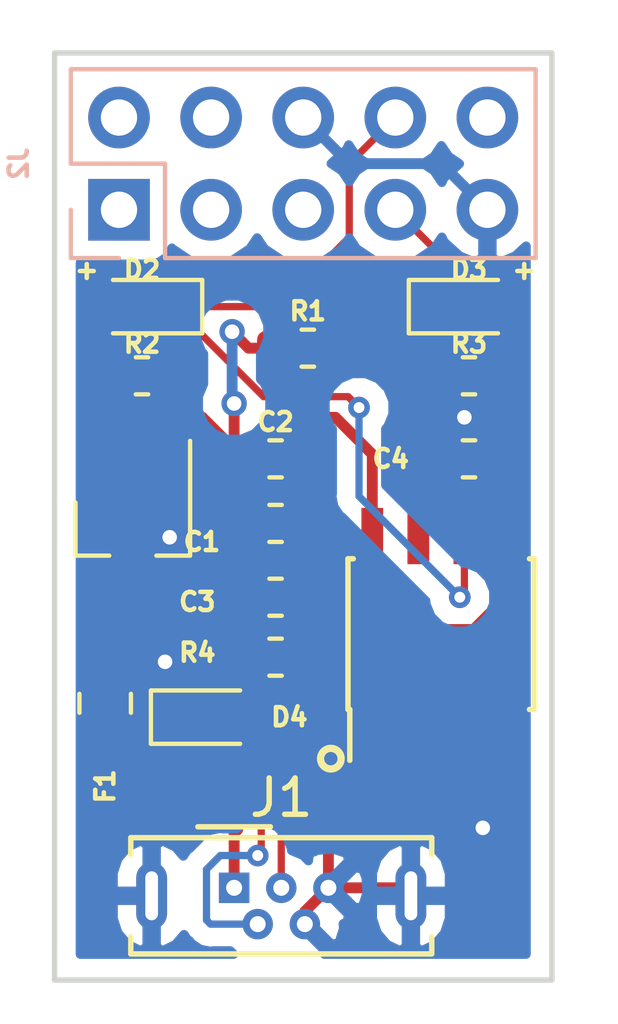
<source format=kicad_pcb>
(kicad_pcb (version 20171130) (host pcbnew 5.0.0)

  (general
    (thickness 1.6)
    (drawings 7)
    (tracks 131)
    (zones 0)
    (modules 16)
    (nets 19)
  )

  (page A4)
  (layers
    (0 F.Cu signal)
    (31 B.Cu signal)
    (32 B.Adhes user)
    (33 F.Adhes user)
    (34 B.Paste user)
    (35 F.Paste user)
    (36 B.SilkS user)
    (37 F.SilkS user)
    (38 B.Mask user)
    (39 F.Mask user)
    (40 Dwgs.User user)
    (41 Cmts.User user)
    (42 Eco1.User user)
    (43 Eco2.User user)
    (44 Edge.Cuts user)
    (45 Margin user)
    (46 B.CrtYd user)
    (47 F.CrtYd user)
    (48 B.Fab user)
    (49 F.Fab user)
  )

  (setup
    (last_trace_width 0.2)
    (trace_clearance 0.2)
    (zone_clearance 0.508)
    (zone_45_only no)
    (trace_min 0.16)
    (segment_width 0.2)
    (edge_width 0.15)
    (via_size 0.6)
    (via_drill 0.3)
    (via_min_size 0.6)
    (via_min_drill 0.3)
    (uvia_size 0.3)
    (uvia_drill 0.1)
    (uvias_allowed no)
    (uvia_min_size 0.2)
    (uvia_min_drill 0.1)
    (pcb_text_width 0.3)
    (pcb_text_size 1.5 1.5)
    (mod_edge_width 0.15)
    (mod_text_size 0.5 0.5)
    (mod_text_width 0.125)
    (pad_size 1.524 1.524)
    (pad_drill 0.762)
    (pad_to_mask_clearance 0.2)
    (aux_axis_origin 0 0)
    (visible_elements FFFFFF7F)
    (pcbplotparams
      (layerselection 0x010fc_ffffffff)
      (usegerberextensions false)
      (usegerberattributes false)
      (usegerberadvancedattributes false)
      (creategerberjobfile false)
      (excludeedgelayer true)
      (linewidth 0.100000)
      (plotframeref false)
      (viasonmask false)
      (mode 1)
      (useauxorigin false)
      (hpglpennumber 1)
      (hpglpenspeed 20)
      (hpglpendiameter 15.000000)
      (psnegative false)
      (psa4output false)
      (plotreference true)
      (plotvalue true)
      (plotinvisibletext false)
      (padsonsilk false)
      (subtractmaskfromsilk false)
      (outputformat 1)
      (mirror false)
      (drillshape 1)
      (scaleselection 1)
      (outputdirectory ""))
  )

  (net 0 "")
  (net 1 VBUS)
  (net 2 "Net-(F1-Pad2)")
  (net 3 +3V3)
  (net 4 "Net-(D3-Pad1)")
  (net 5 "Net-(D2-Pad2)")
  (net 6 "Net-(D3-Pad2)")
  (net 7 "Net-(D4-Pad2)")
  (net 8 GND)
  (net 9 /D+)
  (net 10 /D-)
  (net 11 "Net-(U1-Pad4)")
  (net 12 "Net-(D2-Pad1)")
  (net 13 "Net-(J2-Pad1)")
  (net 14 "Net-(J2-Pad2)")
  (net 15 "Net-(J2-Pad3)")
  (net 16 "Net-(J2-Pad4)")
  (net 17 "Net-(J2-Pad5)")
  (net 18 "Net-(J2-Pad10)")

  (net_class Default 这是默认网络组.
    (clearance 0.2)
    (trace_width 0.2)
    (via_dia 0.6)
    (via_drill 0.3)
    (uvia_dia 0.3)
    (uvia_drill 0.1)
    (add_net /D+)
    (add_net /D-)
    (add_net "Net-(D2-Pad1)")
    (add_net "Net-(D2-Pad2)")
    (add_net "Net-(D3-Pad1)")
    (add_net "Net-(D3-Pad2)")
    (add_net "Net-(D4-Pad2)")
    (add_net "Net-(J2-Pad1)")
    (add_net "Net-(J2-Pad10)")
    (add_net "Net-(J2-Pad2)")
    (add_net "Net-(J2-Pad3)")
    (add_net "Net-(J2-Pad4)")
    (add_net "Net-(J2-Pad5)")
    (add_net "Net-(U1-Pad4)")
  )

  (net_class Power ""
    (clearance 0.2)
    (trace_width 0.3)
    (via_dia 0.7)
    (via_drill 0.4)
    (uvia_dia 0.3)
    (uvia_drill 0.1)
    (add_net +3V3)
    (add_net GND)
    (add_net "Net-(F1-Pad2)")
    (add_net VBUS)
  )

  (module Connector_USB:USB_Micro-B_Wuerth_614105150721_Vertical (layer F.Cu) (tedit 5A142044) (tstamp 5B83D21E)
    (at 125.476 62.357)
    (descr "USB Micro-B receptacle, through-hole, vertical, http://katalog.we-online.de/em/datasheet/614105150721.pdf")
    (tags "usb micro receptacle vertical")
    (path /5B4CD399)
    (fp_text reference J1 (at 1.3 -2.48) (layer F.SilkS)
      (effects (font (size 1 1) (thickness 0.15)))
    )
    (fp_text value USB_B_Micro (at 1.3 2.92) (layer F.Fab)
      (effects (font (size 1 1) (thickness 0.15)))
    )
    (fp_line (start -2.7 -1.23) (end -1 -1.23) (layer F.Fab) (width 0.15))
    (fp_line (start -1 -1.23) (end 0 -0.23) (layer F.Fab) (width 0.15))
    (fp_line (start 0 -0.23) (end 1 -1.23) (layer F.Fab) (width 0.15))
    (fp_line (start 1 -1.23) (end 5.3 -1.23) (layer F.Fab) (width 0.15))
    (fp_line (start 5.3 -1.23) (end 5.3 1.67) (layer F.Fab) (width 0.15))
    (fp_line (start 5.3 1.67) (end -2.7 1.67) (layer F.Fab) (width 0.15))
    (fp_line (start -2.7 1.67) (end -2.7 -1.23) (layer F.Fab) (width 0.15))
    (fp_line (start -2.85 -0.905) (end -2.85 -1.38) (layer F.SilkS) (width 0.15))
    (fp_line (start -2.85 -1.38) (end 5.45 -1.38) (layer F.SilkS) (width 0.15))
    (fp_line (start 5.45 -1.38) (end 5.45 -0.905) (layer F.SilkS) (width 0.15))
    (fp_line (start -2.85 1.345) (end -2.85 1.82) (layer F.SilkS) (width 0.15))
    (fp_line (start -2.85 1.82) (end 5.45 1.82) (layer F.SilkS) (width 0.15))
    (fp_line (start 5.45 1.82) (end 5.45 1.345) (layer F.SilkS) (width 0.15))
    (fp_line (start -1 -1.68) (end 1 -1.68) (layer F.SilkS) (width 0.15))
    (fp_line (start -3.2 -1.73) (end -3.2 2.17) (layer F.CrtYd) (width 0.05))
    (fp_line (start -3.2 2.17) (end 5.8 2.17) (layer F.CrtYd) (width 0.05))
    (fp_line (start 5.8 2.17) (end 5.8 -1.73) (layer F.CrtYd) (width 0.05))
    (fp_line (start 5.8 -1.73) (end -3.2 -1.73) (layer F.CrtYd) (width 0.05))
    (fp_text user %R (at 1.3 0.22) (layer F.Fab)
      (effects (font (size 1 1) (thickness 0.15)))
    )
    (pad 1 thru_hole rect (at 0 0) (size 0.84 0.84) (drill 0.44) (layers *.Cu *.Mask)
      (net 2 "Net-(F1-Pad2)"))
    (pad 2 thru_hole circle (at 0.65 1) (size 0.84 0.84) (drill 0.44) (layers *.Cu *.Mask)
      (net 10 /D-))
    (pad 3 thru_hole circle (at 1.3 0) (size 0.84 0.84) (drill 0.44) (layers *.Cu *.Mask)
      (net 9 /D+))
    (pad 4 thru_hole circle (at 1.95 1) (size 0.84 0.84) (drill 0.44) (layers *.Cu *.Mask)
      (net 8 GND))
    (pad 5 thru_hole circle (at 2.6 0) (size 0.84 0.84) (drill 0.44) (layers *.Cu *.Mask)
      (net 8 GND))
    (pad 6 thru_hole oval (at -2.275 0.22) (size 0.85 1.85) (drill oval 0.35 1.35) (layers *.Cu *.Mask)
      (net 8 GND))
    (pad 6 thru_hole oval (at 4.875 0.22) (size 0.85 1.85) (drill oval 0.35 1.35) (layers *.Cu *.Mask)
      (net 8 GND))
    (model ${KISYS3DMOD}/Connector_USB.3dshapes/USB_Micro-B_Wuerth_614105150721_Vertical.wrl
      (at (xyz 0 0 0))
      (scale (xyz 1 1 1))
      (rotate (xyz 0 0 0))
    )
  )

  (module Package_TO_SOT_SMD:SOT-23_Handsoldering (layer F.Cu) (tedit 5B83C704) (tstamp 5B8FFE21)
    (at 122.682 52.451 270)
    (descr "SOT-23, Handsoldering")
    (tags SOT-23)
    (path /5B1CAB58)
    (attr smd)
    (fp_text reference U2 (at 0 -2.5 270) (layer F.SilkS) hide
      (effects (font (size 0.5 0.5) (thickness 0.125)))
    )
    (fp_text value XC6206P33 (at 0 2.5 270) (layer F.Fab)
      (effects (font (size 1 1) (thickness 0.15)))
    )
    (fp_text user %R (at 0 0) (layer F.Fab)
      (effects (font (size 0.5 0.5) (thickness 0.075)))
    )
    (fp_line (start 0.76 1.58) (end 0.76 0.65) (layer F.SilkS) (width 0.12))
    (fp_line (start 0.76 -1.58) (end 0.76 -0.65) (layer F.SilkS) (width 0.12))
    (fp_line (start -2.7 -1.75) (end 2.7 -1.75) (layer F.CrtYd) (width 0.05))
    (fp_line (start 2.7 -1.75) (end 2.7 1.75) (layer F.CrtYd) (width 0.05))
    (fp_line (start 2.7 1.75) (end -2.7 1.75) (layer F.CrtYd) (width 0.05))
    (fp_line (start -2.7 1.75) (end -2.7 -1.75) (layer F.CrtYd) (width 0.05))
    (fp_line (start 0.76 -1.58) (end -2.4 -1.58) (layer F.SilkS) (width 0.12))
    (fp_line (start -0.7 -0.95) (end -0.7 1.5) (layer F.Fab) (width 0.1))
    (fp_line (start -0.15 -1.52) (end 0.7 -1.52) (layer F.Fab) (width 0.1))
    (fp_line (start -0.7 -0.95) (end -0.15 -1.52) (layer F.Fab) (width 0.1))
    (fp_line (start 0.7 -1.52) (end 0.7 1.52) (layer F.Fab) (width 0.1))
    (fp_line (start -0.7 1.52) (end 0.7 1.52) (layer F.Fab) (width 0.1))
    (fp_line (start 0.76 1.58) (end -0.7 1.58) (layer F.SilkS) (width 0.12))
    (pad 1 smd rect (at -1.5 -0.95 270) (size 1.9 0.8) (layers F.Cu F.Paste F.Mask)
      (net 8 GND))
    (pad 2 smd rect (at -1.5 0.95 270) (size 1.9 0.8) (layers F.Cu F.Paste F.Mask)
      (net 3 +3V3))
    (pad 3 smd rect (at 1.5 0 270) (size 1.9 0.8) (layers F.Cu F.Paste F.Mask)
      (net 1 VBUS))
    (model ${KISYS3DMOD}/Package_TO_SOT_SMD.3dshapes/SOT-23.wrl
      (at (xyz 0 0 0))
      (scale (xyz 1 1 1))
      (rotate (xyz 0 0 0))
    )
  )

  (module Capacitor_SMD:C_0603_1608Metric_Pad1.05x0.95mm_HandSolder (layer F.Cu) (tedit 5B301BBE) (tstamp 5B8FF988)
    (at 131.953 50.546 180)
    (descr "Capacitor SMD 0603 (1608 Metric), square (rectangular) end terminal, IPC_7351 nominal with elongated pad for handsoldering. (Body size source: http://www.tortai-tech.com/upload/download/2011102023233369053.pdf), generated with kicad-footprint-generator")
    (tags "capacitor handsolder")
    (path /5B859AD8)
    (attr smd)
    (fp_text reference C4 (at 2.159 0 180) (layer F.SilkS)
      (effects (font (size 0.5 0.5) (thickness 0.125)))
    )
    (fp_text value 0.1uF (at 0 1.43 180) (layer F.Fab)
      (effects (font (size 1 1) (thickness 0.15)))
    )
    (fp_text user %R (at 0 0 180) (layer F.Fab)
      (effects (font (size 0.4 0.4) (thickness 0.06)))
    )
    (fp_line (start 1.65 0.73) (end -1.65 0.73) (layer F.CrtYd) (width 0.05))
    (fp_line (start 1.65 -0.73) (end 1.65 0.73) (layer F.CrtYd) (width 0.05))
    (fp_line (start -1.65 -0.73) (end 1.65 -0.73) (layer F.CrtYd) (width 0.05))
    (fp_line (start -1.65 0.73) (end -1.65 -0.73) (layer F.CrtYd) (width 0.05))
    (fp_line (start -0.171267 0.51) (end 0.171267 0.51) (layer F.SilkS) (width 0.12))
    (fp_line (start -0.171267 -0.51) (end 0.171267 -0.51) (layer F.SilkS) (width 0.12))
    (fp_line (start 0.8 0.4) (end -0.8 0.4) (layer F.Fab) (width 0.1))
    (fp_line (start 0.8 -0.4) (end 0.8 0.4) (layer F.Fab) (width 0.1))
    (fp_line (start -0.8 -0.4) (end 0.8 -0.4) (layer F.Fab) (width 0.1))
    (fp_line (start -0.8 0.4) (end -0.8 -0.4) (layer F.Fab) (width 0.1))
    (pad 2 smd roundrect (at 0.875 0 180) (size 1.05 0.95) (layers F.Cu F.Paste F.Mask) (roundrect_rratio 0.25)
      (net 8 GND))
    (pad 1 smd roundrect (at -0.875 0 180) (size 1.05 0.95) (layers F.Cu F.Paste F.Mask) (roundrect_rratio 0.25)
      (net 3 +3V3))
    (model ${KISYS3DMOD}/Capacitor_SMD.3dshapes/C_0603_1608Metric.wrl
      (at (xyz 0 0 0))
      (scale (xyz 1 1 1))
      (rotate (xyz 0 0 0))
    )
  )

  (module Capacitor_SMD:C_0603_1608Metric_Pad1.05x0.95mm_HandSolder (layer F.Cu) (tedit 5B301BBE) (tstamp 5B83C984)
    (at 126.619 54.356 180)
    (descr "Capacitor SMD 0603 (1608 Metric), square (rectangular) end terminal, IPC_7351 nominal with elongated pad for handsoldering. (Body size source: http://www.tortai-tech.com/upload/download/2011102023233369053.pdf), generated with kicad-footprint-generator")
    (tags "capacitor handsolder")
    (path /5B1CC892)
    (attr smd)
    (fp_text reference C3 (at 2.159 -0.127 180) (layer F.SilkS)
      (effects (font (size 0.5 0.5) (thickness 0.125)))
    )
    (fp_text value 0.1uF (at 0 1.43 180) (layer F.Fab)
      (effects (font (size 1 1) (thickness 0.15)))
    )
    (fp_line (start -0.8 0.4) (end -0.8 -0.4) (layer F.Fab) (width 0.1))
    (fp_line (start -0.8 -0.4) (end 0.8 -0.4) (layer F.Fab) (width 0.1))
    (fp_line (start 0.8 -0.4) (end 0.8 0.4) (layer F.Fab) (width 0.1))
    (fp_line (start 0.8 0.4) (end -0.8 0.4) (layer F.Fab) (width 0.1))
    (fp_line (start -0.171267 -0.51) (end 0.171267 -0.51) (layer F.SilkS) (width 0.12))
    (fp_line (start -0.171267 0.51) (end 0.171267 0.51) (layer F.SilkS) (width 0.12))
    (fp_line (start -1.65 0.73) (end -1.65 -0.73) (layer F.CrtYd) (width 0.05))
    (fp_line (start -1.65 -0.73) (end 1.65 -0.73) (layer F.CrtYd) (width 0.05))
    (fp_line (start 1.65 -0.73) (end 1.65 0.73) (layer F.CrtYd) (width 0.05))
    (fp_line (start 1.65 0.73) (end -1.65 0.73) (layer F.CrtYd) (width 0.05))
    (fp_text user %R (at 0 0 180) (layer F.Fab)
      (effects (font (size 0.4 0.4) (thickness 0.06)))
    )
    (pad 1 smd roundrect (at -0.875 0 180) (size 1.05 0.95) (layers F.Cu F.Paste F.Mask) (roundrect_rratio 0.25)
      (net 3 +3V3))
    (pad 2 smd roundrect (at 0.875 0 180) (size 1.05 0.95) (layers F.Cu F.Paste F.Mask) (roundrect_rratio 0.25)
      (net 8 GND))
    (model ${KISYS3DMOD}/Capacitor_SMD.3dshapes/C_0603_1608Metric.wrl
      (at (xyz 0 0 0))
      (scale (xyz 1 1 1))
      (rotate (xyz 0 0 0))
    )
  )

  (module Capacitor_SMD:C_0603_1608Metric_Pad1.05x0.95mm_HandSolder (layer F.Cu) (tedit 5B301BBE) (tstamp 5B8FF966)
    (at 126.619 50.546)
    (descr "Capacitor SMD 0603 (1608 Metric), square (rectangular) end terminal, IPC_7351 nominal with elongated pad for handsoldering. (Body size source: http://www.tortai-tech.com/upload/download/2011102023233369053.pdf), generated with kicad-footprint-generator")
    (tags "capacitor handsolder")
    (path /5B1CCC33)
    (attr smd)
    (fp_text reference C2 (at 0 -1.016) (layer F.SilkS)
      (effects (font (size 0.5 0.5) (thickness 0.125)))
    )
    (fp_text value 1uF (at 0 1.43) (layer F.Fab)
      (effects (font (size 1 1) (thickness 0.15)))
    )
    (fp_text user %R (at 0 0) (layer F.Fab)
      (effects (font (size 0.4 0.4) (thickness 0.06)))
    )
    (fp_line (start 1.65 0.73) (end -1.65 0.73) (layer F.CrtYd) (width 0.05))
    (fp_line (start 1.65 -0.73) (end 1.65 0.73) (layer F.CrtYd) (width 0.05))
    (fp_line (start -1.65 -0.73) (end 1.65 -0.73) (layer F.CrtYd) (width 0.05))
    (fp_line (start -1.65 0.73) (end -1.65 -0.73) (layer F.CrtYd) (width 0.05))
    (fp_line (start -0.171267 0.51) (end 0.171267 0.51) (layer F.SilkS) (width 0.12))
    (fp_line (start -0.171267 -0.51) (end 0.171267 -0.51) (layer F.SilkS) (width 0.12))
    (fp_line (start 0.8 0.4) (end -0.8 0.4) (layer F.Fab) (width 0.1))
    (fp_line (start 0.8 -0.4) (end 0.8 0.4) (layer F.Fab) (width 0.1))
    (fp_line (start -0.8 -0.4) (end 0.8 -0.4) (layer F.Fab) (width 0.1))
    (fp_line (start -0.8 0.4) (end -0.8 -0.4) (layer F.Fab) (width 0.1))
    (pad 2 smd roundrect (at 0.875 0) (size 1.05 0.95) (layers F.Cu F.Paste F.Mask) (roundrect_rratio 0.25)
      (net 8 GND))
    (pad 1 smd roundrect (at -0.875 0) (size 1.05 0.95) (layers F.Cu F.Paste F.Mask) (roundrect_rratio 0.25)
      (net 3 +3V3))
    (model ${KISYS3DMOD}/Capacitor_SMD.3dshapes/C_0603_1608Metric.wrl
      (at (xyz 0 0 0))
      (scale (xyz 1 1 1))
      (rotate (xyz 0 0 0))
    )
  )

  (module Capacitor_SMD:C_0603_1608Metric_Pad1.05x0.95mm_HandSolder (layer F.Cu) (tedit 5B301BBE) (tstamp 5B900A4D)
    (at 126.619 52.324)
    (descr "Capacitor SMD 0603 (1608 Metric), square (rectangular) end terminal, IPC_7351 nominal with elongated pad for handsoldering. (Body size source: http://www.tortai-tech.com/upload/download/2011102023233369053.pdf), generated with kicad-footprint-generator")
    (tags "capacitor handsolder")
    (path /5B1CC957)
    (attr smd)
    (fp_text reference C1 (at -2.032 0.508) (layer F.SilkS)
      (effects (font (size 0.5 0.5) (thickness 0.125)))
    )
    (fp_text value 1uF (at 0 1.43) (layer F.Fab)
      (effects (font (size 1 1) (thickness 0.15)))
    )
    (fp_line (start -0.8 0.4) (end -0.8 -0.4) (layer F.Fab) (width 0.1))
    (fp_line (start -0.8 -0.4) (end 0.8 -0.4) (layer F.Fab) (width 0.1))
    (fp_line (start 0.8 -0.4) (end 0.8 0.4) (layer F.Fab) (width 0.1))
    (fp_line (start 0.8 0.4) (end -0.8 0.4) (layer F.Fab) (width 0.1))
    (fp_line (start -0.171267 -0.51) (end 0.171267 -0.51) (layer F.SilkS) (width 0.12))
    (fp_line (start -0.171267 0.51) (end 0.171267 0.51) (layer F.SilkS) (width 0.12))
    (fp_line (start -1.65 0.73) (end -1.65 -0.73) (layer F.CrtYd) (width 0.05))
    (fp_line (start -1.65 -0.73) (end 1.65 -0.73) (layer F.CrtYd) (width 0.05))
    (fp_line (start 1.65 -0.73) (end 1.65 0.73) (layer F.CrtYd) (width 0.05))
    (fp_line (start 1.65 0.73) (end -1.65 0.73) (layer F.CrtYd) (width 0.05))
    (fp_text user %R (at 0 0) (layer F.Fab)
      (effects (font (size 0.4 0.4) (thickness 0.06)))
    )
    (pad 1 smd roundrect (at -0.875 0) (size 1.05 0.95) (layers F.Cu F.Paste F.Mask) (roundrect_rratio 0.25)
      (net 8 GND))
    (pad 2 smd roundrect (at 0.875 0) (size 1.05 0.95) (layers F.Cu F.Paste F.Mask) (roundrect_rratio 0.25)
      (net 1 VBUS))
    (model ${KISYS3DMOD}/Capacitor_SMD.3dshapes/C_0603_1608Metric.wrl
      (at (xyz 0 0 0))
      (scale (xyz 1 1 1))
      (rotate (xyz 0 0 0))
    )
  )

  (module Connector_PinSocket_2.54mm:PinSocket_2x05_P2.54mm_Vertical (layer B.Cu) (tedit 5A19A42B) (tstamp 5B8FF944)
    (at 122.301 43.688 270)
    (descr "Through hole straight socket strip, 2x05, 2.54mm pitch, double cols (from Kicad 4.0.7), script generated")
    (tags "Through hole socket strip THT 2x05 2.54mm double row")
    (path /5B4CB482)
    (fp_text reference J2 (at -1.27 2.77 270) (layer B.SilkS)
      (effects (font (size 0.5 0.5) (thickness 0.125)) (justify mirror))
    )
    (fp_text value Pine64_EXP (at -1.27 -12.93 270) (layer B.Fab)
      (effects (font (size 1 1) (thickness 0.15)) (justify mirror))
    )
    (fp_line (start -3.81 1.27) (end 0.27 1.27) (layer B.Fab) (width 0.1))
    (fp_line (start 0.27 1.27) (end 1.27 0.27) (layer B.Fab) (width 0.1))
    (fp_line (start 1.27 0.27) (end 1.27 -11.43) (layer B.Fab) (width 0.1))
    (fp_line (start 1.27 -11.43) (end -3.81 -11.43) (layer B.Fab) (width 0.1))
    (fp_line (start -3.81 -11.43) (end -3.81 1.27) (layer B.Fab) (width 0.1))
    (fp_line (start -3.87 1.33) (end -1.27 1.33) (layer B.SilkS) (width 0.12))
    (fp_line (start -3.87 1.33) (end -3.87 -11.49) (layer B.SilkS) (width 0.12))
    (fp_line (start -3.87 -11.49) (end 1.33 -11.49) (layer B.SilkS) (width 0.12))
    (fp_line (start 1.33 -1.27) (end 1.33 -11.49) (layer B.SilkS) (width 0.12))
    (fp_line (start -1.27 -1.27) (end 1.33 -1.27) (layer B.SilkS) (width 0.12))
    (fp_line (start -1.27 1.33) (end -1.27 -1.27) (layer B.SilkS) (width 0.12))
    (fp_line (start 1.33 1.33) (end 1.33 0) (layer B.SilkS) (width 0.12))
    (fp_line (start 0 1.33) (end 1.33 1.33) (layer B.SilkS) (width 0.12))
    (fp_line (start -4.34 1.8) (end 1.76 1.8) (layer B.CrtYd) (width 0.05))
    (fp_line (start 1.76 1.8) (end 1.76 -11.9) (layer B.CrtYd) (width 0.05))
    (fp_line (start 1.76 -11.9) (end -4.34 -11.9) (layer B.CrtYd) (width 0.05))
    (fp_line (start -4.34 -11.9) (end -4.34 1.8) (layer B.CrtYd) (width 0.05))
    (fp_text user %R (at -1.27 -5.08 180) (layer B.Fab)
      (effects (font (size 1 1) (thickness 0.15)) (justify mirror))
    )
    (pad 1 thru_hole rect (at 0 0 270) (size 1.7 1.7) (drill 1) (layers *.Cu *.Mask)
      (net 13 "Net-(J2-Pad1)"))
    (pad 2 thru_hole oval (at -2.54 0 270) (size 1.7 1.7) (drill 1) (layers *.Cu *.Mask)
      (net 14 "Net-(J2-Pad2)"))
    (pad 3 thru_hole oval (at 0 -2.54 270) (size 1.7 1.7) (drill 1) (layers *.Cu *.Mask)
      (net 15 "Net-(J2-Pad3)"))
    (pad 4 thru_hole oval (at -2.54 -2.54 270) (size 1.7 1.7) (drill 1) (layers *.Cu *.Mask)
      (net 16 "Net-(J2-Pad4)"))
    (pad 5 thru_hole oval (at 0 -5.08 270) (size 1.7 1.7) (drill 1) (layers *.Cu *.Mask)
      (net 17 "Net-(J2-Pad5)"))
    (pad 6 thru_hole oval (at -2.54 -5.08 270) (size 1.7 1.7) (drill 1) (layers *.Cu *.Mask)
      (net 8 GND))
    (pad 7 thru_hole oval (at 0 -7.62 270) (size 1.7 1.7) (drill 1) (layers *.Cu *.Mask)
      (net 4 "Net-(D3-Pad1)"))
    (pad 8 thru_hole oval (at -2.54 -7.62 270) (size 1.7 1.7) (drill 1) (layers *.Cu *.Mask)
      (net 12 "Net-(D2-Pad1)"))
    (pad 9 thru_hole oval (at 0 -10.16 270) (size 1.7 1.7) (drill 1) (layers *.Cu *.Mask)
      (net 8 GND))
    (pad 10 thru_hole oval (at -2.54 -10.16 270) (size 1.7 1.7) (drill 1) (layers *.Cu *.Mask)
      (net 18 "Net-(J2-Pad10)"))
    (model ${KISYS3DMOD}/Connector_PinSocket_2.54mm.3dshapes/PinSocket_2x05_P2.54mm_Vertical.wrl
      (at (xyz 0 0 0))
      (scale (xyz 1 1 1))
      (rotate (xyz 0 0 0))
    )
  )

  (module LED_SMD:LED_0603_1608Metric_Pad1.05x0.95mm_HandSolder (layer F.Cu) (tedit 5B4B45C9) (tstamp 5B8FF90E)
    (at 124.841 57.658)
    (descr "LED SMD 0603 (1608 Metric), square (rectangular) end terminal, IPC_7351 nominal, (Body size source: http://www.tortai-tech.com/upload/download/2011102023233369053.pdf), generated with kicad-footprint-generator")
    (tags "LED handsolder")
    (path /5B50CA35)
    (attr smd)
    (fp_text reference D4 (at 2.159 0) (layer F.SilkS)
      (effects (font (size 0.5 0.5) (thickness 0.125)))
    )
    (fp_text value Red (at 0 1.43) (layer F.Fab)
      (effects (font (size 1 1) (thickness 0.15)))
    )
    (fp_line (start 0.8 -0.4) (end -0.5 -0.4) (layer F.Fab) (width 0.1))
    (fp_line (start -0.5 -0.4) (end -0.8 -0.1) (layer F.Fab) (width 0.1))
    (fp_line (start -0.8 -0.1) (end -0.8 0.4) (layer F.Fab) (width 0.1))
    (fp_line (start -0.8 0.4) (end 0.8 0.4) (layer F.Fab) (width 0.1))
    (fp_line (start 0.8 0.4) (end 0.8 -0.4) (layer F.Fab) (width 0.1))
    (fp_line (start 0.8 -0.735) (end -1.66 -0.735) (layer F.SilkS) (width 0.12))
    (fp_line (start -1.66 -0.735) (end -1.66 0.735) (layer F.SilkS) (width 0.12))
    (fp_line (start -1.66 0.735) (end 0.8 0.735) (layer F.SilkS) (width 0.12))
    (fp_line (start -1.65 0.73) (end -1.65 -0.73) (layer F.CrtYd) (width 0.05))
    (fp_line (start -1.65 -0.73) (end 1.65 -0.73) (layer F.CrtYd) (width 0.05))
    (fp_line (start 1.65 -0.73) (end 1.65 0.73) (layer F.CrtYd) (width 0.05))
    (fp_line (start 1.65 0.73) (end -1.65 0.73) (layer F.CrtYd) (width 0.05))
    (fp_text user %R (at 0 0) (layer F.Fab)
      (effects (font (size 0.4 0.4) (thickness 0.06)))
    )
    (pad 1 smd roundrect (at -0.875 0) (size 1.05 0.95) (layers F.Cu F.Paste F.Mask) (roundrect_rratio 0.25)
      (net 8 GND))
    (pad 2 smd roundrect (at 0.875 0) (size 1.05 0.95) (layers F.Cu F.Paste F.Mask) (roundrect_rratio 0.25)
      (net 7 "Net-(D4-Pad2)"))
    (model ${KISYS3DMOD}/LED_SMD.3dshapes/LED_0603_1608Metric.wrl
      (at (xyz 0 0 0))
      (scale (xyz 1 1 1))
      (rotate (xyz 0 0 0))
    )
  )

  (module LED_SMD:LED_0603_1608Metric_Pad1.05x0.95mm_HandSolder (layer F.Cu) (tedit 5B4B45C9) (tstamp 5B8FF8FB)
    (at 131.953 46.355)
    (descr "LED SMD 0603 (1608 Metric), square (rectangular) end terminal, IPC_7351 nominal, (Body size source: http://www.tortai-tech.com/upload/download/2011102023233369053.pdf), generated with kicad-footprint-generator")
    (tags "LED handsolder")
    (path /5B505DB0)
    (attr smd)
    (fp_text reference D3 (at 0 -1.016) (layer F.SilkS)
      (effects (font (size 0.5 0.5) (thickness 0.125)))
    )
    (fp_text value Yellow (at 0 1.43) (layer F.Fab)
      (effects (font (size 1 1) (thickness 0.15)))
    )
    (fp_text user %R (at 0 0) (layer F.Fab)
      (effects (font (size 0.4 0.4) (thickness 0.06)))
    )
    (fp_line (start 1.65 0.73) (end -1.65 0.73) (layer F.CrtYd) (width 0.05))
    (fp_line (start 1.65 -0.73) (end 1.65 0.73) (layer F.CrtYd) (width 0.05))
    (fp_line (start -1.65 -0.73) (end 1.65 -0.73) (layer F.CrtYd) (width 0.05))
    (fp_line (start -1.65 0.73) (end -1.65 -0.73) (layer F.CrtYd) (width 0.05))
    (fp_line (start -1.66 0.735) (end 0.8 0.735) (layer F.SilkS) (width 0.12))
    (fp_line (start -1.66 -0.735) (end -1.66 0.735) (layer F.SilkS) (width 0.12))
    (fp_line (start 0.8 -0.735) (end -1.66 -0.735) (layer F.SilkS) (width 0.12))
    (fp_line (start 0.8 0.4) (end 0.8 -0.4) (layer F.Fab) (width 0.1))
    (fp_line (start -0.8 0.4) (end 0.8 0.4) (layer F.Fab) (width 0.1))
    (fp_line (start -0.8 -0.1) (end -0.8 0.4) (layer F.Fab) (width 0.1))
    (fp_line (start -0.5 -0.4) (end -0.8 -0.1) (layer F.Fab) (width 0.1))
    (fp_line (start 0.8 -0.4) (end -0.5 -0.4) (layer F.Fab) (width 0.1))
    (pad 2 smd roundrect (at 0.875 0) (size 1.05 0.95) (layers F.Cu F.Paste F.Mask) (roundrect_rratio 0.25)
      (net 6 "Net-(D3-Pad2)"))
    (pad 1 smd roundrect (at -0.875 0) (size 1.05 0.95) (layers F.Cu F.Paste F.Mask) (roundrect_rratio 0.25)
      (net 4 "Net-(D3-Pad1)"))
    (model ${KISYS3DMOD}/LED_SMD.3dshapes/LED_0603_1608Metric.wrl
      (at (xyz 0 0 0))
      (scale (xyz 1 1 1))
      (rotate (xyz 0 0 0))
    )
  )

  (module LED_SMD:LED_0603_1608Metric_Pad1.05x0.95mm_HandSolder (layer F.Cu) (tedit 5B4B45C9) (tstamp 5B8FF8E8)
    (at 122.936 46.355 180)
    (descr "LED SMD 0603 (1608 Metric), square (rectangular) end terminal, IPC_7351 nominal, (Body size source: http://www.tortai-tech.com/upload/download/2011102023233369053.pdf), generated with kicad-footprint-generator")
    (tags "LED handsolder")
    (path /5B505C0F)
    (attr smd)
    (fp_text reference D2 (at 0 1.016 180) (layer F.SilkS)
      (effects (font (size 0.5 0.5) (thickness 0.125)))
    )
    (fp_text value Yellow (at 0 1.43 180) (layer F.Fab)
      (effects (font (size 1 1) (thickness 0.15)))
    )
    (fp_line (start 0.8 -0.4) (end -0.5 -0.4) (layer F.Fab) (width 0.1))
    (fp_line (start -0.5 -0.4) (end -0.8 -0.1) (layer F.Fab) (width 0.1))
    (fp_line (start -0.8 -0.1) (end -0.8 0.4) (layer F.Fab) (width 0.1))
    (fp_line (start -0.8 0.4) (end 0.8 0.4) (layer F.Fab) (width 0.1))
    (fp_line (start 0.8 0.4) (end 0.8 -0.4) (layer F.Fab) (width 0.1))
    (fp_line (start 0.8 -0.735) (end -1.66 -0.735) (layer F.SilkS) (width 0.12))
    (fp_line (start -1.66 -0.735) (end -1.66 0.735) (layer F.SilkS) (width 0.12))
    (fp_line (start -1.66 0.735) (end 0.8 0.735) (layer F.SilkS) (width 0.12))
    (fp_line (start -1.65 0.73) (end -1.65 -0.73) (layer F.CrtYd) (width 0.05))
    (fp_line (start -1.65 -0.73) (end 1.65 -0.73) (layer F.CrtYd) (width 0.05))
    (fp_line (start 1.65 -0.73) (end 1.65 0.73) (layer F.CrtYd) (width 0.05))
    (fp_line (start 1.65 0.73) (end -1.65 0.73) (layer F.CrtYd) (width 0.05))
    (fp_text user %R (at 0 0 180) (layer F.Fab)
      (effects (font (size 0.4 0.4) (thickness 0.06)))
    )
    (pad 1 smd roundrect (at -0.875 0 180) (size 1.05 0.95) (layers F.Cu F.Paste F.Mask) (roundrect_rratio 0.25)
      (net 12 "Net-(D2-Pad1)"))
    (pad 2 smd roundrect (at 0.875 0 180) (size 1.05 0.95) (layers F.Cu F.Paste F.Mask) (roundrect_rratio 0.25)
      (net 5 "Net-(D2-Pad2)"))
    (model ${KISYS3DMOD}/LED_SMD.3dshapes/LED_0603_1608Metric.wrl
      (at (xyz 0 0 0))
      (scale (xyz 1 1 1))
      (rotate (xyz 0 0 0))
    )
  )

  (module Package_SO:SOIC-8_3.9x4.9mm_P1.27mm (layer F.Cu) (tedit 5B83C767) (tstamp 5B900143)
    (at 131.191 55.372 90)
    (descr "8-Lead Plastic Small Outline (SN) - Narrow, 3.90 mm Body [SOIC] (see Microchip Packaging Specification 00000049BS.pdf)")
    (tags "SOIC 1.27")
    (path /5B1CB030)
    (attr smd)
    (fp_text reference U1 (at 0 -3.5 90) (layer F.SilkS) hide
      (effects (font (size 0.5 0.5) (thickness 0.125)))
    )
    (fp_text value CH330N (at 0 3.5 90) (layer F.Fab)
      (effects (font (size 1 1) (thickness 0.15)))
    )
    (fp_text user %R (at 0 0 90) (layer F.Fab)
      (effects (font (size 1 1) (thickness 0.15)))
    )
    (fp_line (start -0.95 -2.45) (end 1.95 -2.45) (layer F.Fab) (width 0.1))
    (fp_line (start 1.95 -2.45) (end 1.95 2.45) (layer F.Fab) (width 0.1))
    (fp_line (start 1.95 2.45) (end -1.95 2.45) (layer F.Fab) (width 0.1))
    (fp_line (start -1.95 2.45) (end -1.95 -1.45) (layer F.Fab) (width 0.1))
    (fp_line (start -1.95 -1.45) (end -0.95 -2.45) (layer F.Fab) (width 0.1))
    (fp_line (start -3.73 -2.7) (end -3.73 2.7) (layer F.CrtYd) (width 0.05))
    (fp_line (start 3.73 -2.7) (end 3.73 2.7) (layer F.CrtYd) (width 0.05))
    (fp_line (start -3.73 -2.7) (end 3.73 -2.7) (layer F.CrtYd) (width 0.05))
    (fp_line (start -3.73 2.7) (end 3.73 2.7) (layer F.CrtYd) (width 0.05))
    (fp_line (start -2.075 -2.575) (end -2.075 -2.525) (layer F.SilkS) (width 0.15))
    (fp_line (start 2.075 -2.575) (end 2.075 -2.43) (layer F.SilkS) (width 0.15))
    (fp_line (start 2.075 2.575) (end 2.075 2.43) (layer F.SilkS) (width 0.15))
    (fp_line (start -2.075 2.575) (end -2.075 2.43) (layer F.SilkS) (width 0.15))
    (fp_line (start -2.075 -2.575) (end 2.075 -2.575) (layer F.SilkS) (width 0.15))
    (fp_line (start -2.075 2.575) (end 2.075 2.575) (layer F.SilkS) (width 0.15))
    (fp_line (start -2.075 -2.525) (end -3.475 -2.525) (layer F.SilkS) (width 0.15))
    (pad 1 smd rect (at -2.7 -1.905 90) (size 1.55 0.6) (layers F.Cu F.Paste F.Mask)
      (net 9 /D+))
    (pad 2 smd rect (at -2.7 -0.635 90) (size 1.55 0.6) (layers F.Cu F.Paste F.Mask)
      (net 10 /D-))
    (pad 3 smd rect (at -2.7 0.635 90) (size 1.55 0.6) (layers F.Cu F.Paste F.Mask)
      (net 8 GND))
    (pad 4 smd rect (at -2.7 1.905 90) (size 1.55 0.6) (layers F.Cu F.Paste F.Mask)
      (net 11 "Net-(U1-Pad4)"))
    (pad 5 smd rect (at 2.7 1.905 90) (size 1.55 0.6) (layers F.Cu F.Paste F.Mask)
      (net 3 +3V3))
    (pad 6 smd rect (at 2.7 0.635 90) (size 1.55 0.6) (layers F.Cu F.Paste F.Mask)
      (net 12 "Net-(D2-Pad1)"))
    (pad 7 smd rect (at 2.7 -0.635 90) (size 1.55 0.6) (layers F.Cu F.Paste F.Mask)
      (net 4 "Net-(D3-Pad1)"))
    (pad 8 smd rect (at 2.7 -1.905 90) (size 1.55 0.6) (layers F.Cu F.Paste F.Mask)
      (net 3 +3V3))
    (model ${KISYS3DMOD}/Package_SO.3dshapes/SOIC-8_3.9x4.9mm_P1.27mm.wrl
      (at (xyz 0 0 0))
      (scale (xyz 1 1 1))
      (rotate (xyz 0 0 0))
    )
  )

  (module Resistor_SMD:R_0603_1608Metric_Pad1.05x0.95mm_HandSolder (layer F.Cu) (tedit 5B301BBD) (tstamp 5B8FF8A2)
    (at 126.619 56.007)
    (descr "Resistor SMD 0603 (1608 Metric), square (rectangular) end terminal, IPC_7351 nominal with elongated pad for handsoldering. (Body size source: http://www.tortai-tech.com/upload/download/2011102023233369053.pdf), generated with kicad-footprint-generator")
    (tags "resistor handsolder")
    (path /5B50CA3C)
    (attr smd)
    (fp_text reference R4 (at -2.159 -0.127) (layer F.SilkS)
      (effects (font (size 0.5 0.5) (thickness 0.125)))
    )
    (fp_text value 1.5kR (at 0 1.43) (layer F.Fab)
      (effects (font (size 1 1) (thickness 0.15)))
    )
    (fp_text user %R (at 0 0) (layer F.Fab)
      (effects (font (size 0.4 0.4) (thickness 0.06)))
    )
    (fp_line (start 1.65 0.73) (end -1.65 0.73) (layer F.CrtYd) (width 0.05))
    (fp_line (start 1.65 -0.73) (end 1.65 0.73) (layer F.CrtYd) (width 0.05))
    (fp_line (start -1.65 -0.73) (end 1.65 -0.73) (layer F.CrtYd) (width 0.05))
    (fp_line (start -1.65 0.73) (end -1.65 -0.73) (layer F.CrtYd) (width 0.05))
    (fp_line (start -0.171267 0.51) (end 0.171267 0.51) (layer F.SilkS) (width 0.12))
    (fp_line (start -0.171267 -0.51) (end 0.171267 -0.51) (layer F.SilkS) (width 0.12))
    (fp_line (start 0.8 0.4) (end -0.8 0.4) (layer F.Fab) (width 0.1))
    (fp_line (start 0.8 -0.4) (end 0.8 0.4) (layer F.Fab) (width 0.1))
    (fp_line (start -0.8 -0.4) (end 0.8 -0.4) (layer F.Fab) (width 0.1))
    (fp_line (start -0.8 0.4) (end -0.8 -0.4) (layer F.Fab) (width 0.1))
    (pad 2 smd roundrect (at 0.875 0) (size 1.05 0.95) (layers F.Cu F.Paste F.Mask) (roundrect_rratio 0.25)
      (net 3 +3V3))
    (pad 1 smd roundrect (at -0.875 0) (size 1.05 0.95) (layers F.Cu F.Paste F.Mask) (roundrect_rratio 0.25)
      (net 7 "Net-(D4-Pad2)"))
    (model ${KISYS3DMOD}/Resistor_SMD.3dshapes/R_0603_1608Metric.wrl
      (at (xyz 0 0 0))
      (scale (xyz 1 1 1))
      (rotate (xyz 0 0 0))
    )
  )

  (module Resistor_SMD:R_0603_1608Metric_Pad1.05x0.95mm_HandSolder (layer F.Cu) (tedit 5B301BBD) (tstamp 5B8FF891)
    (at 131.953 48.26 180)
    (descr "Resistor SMD 0603 (1608 Metric), square (rectangular) end terminal, IPC_7351 nominal with elongated pad for handsoldering. (Body size source: http://www.tortai-tech.com/upload/download/2011102023233369053.pdf), generated with kicad-footprint-generator")
    (tags "resistor handsolder")
    (path /5B50607E)
    (attr smd)
    (fp_text reference R3 (at 0 0.889 180) (layer F.SilkS)
      (effects (font (size 0.5 0.5) (thickness 0.125)))
    )
    (fp_text value 1.5kR (at 0 1.43 180) (layer F.Fab)
      (effects (font (size 1 1) (thickness 0.15)))
    )
    (fp_line (start -0.8 0.4) (end -0.8 -0.4) (layer F.Fab) (width 0.1))
    (fp_line (start -0.8 -0.4) (end 0.8 -0.4) (layer F.Fab) (width 0.1))
    (fp_line (start 0.8 -0.4) (end 0.8 0.4) (layer F.Fab) (width 0.1))
    (fp_line (start 0.8 0.4) (end -0.8 0.4) (layer F.Fab) (width 0.1))
    (fp_line (start -0.171267 -0.51) (end 0.171267 -0.51) (layer F.SilkS) (width 0.12))
    (fp_line (start -0.171267 0.51) (end 0.171267 0.51) (layer F.SilkS) (width 0.12))
    (fp_line (start -1.65 0.73) (end -1.65 -0.73) (layer F.CrtYd) (width 0.05))
    (fp_line (start -1.65 -0.73) (end 1.65 -0.73) (layer F.CrtYd) (width 0.05))
    (fp_line (start 1.65 -0.73) (end 1.65 0.73) (layer F.CrtYd) (width 0.05))
    (fp_line (start 1.65 0.73) (end -1.65 0.73) (layer F.CrtYd) (width 0.05))
    (fp_text user %R (at 0 0 180) (layer F.Fab)
      (effects (font (size 0.4 0.4) (thickness 0.06)))
    )
    (pad 1 smd roundrect (at -0.875 0 180) (size 1.05 0.95) (layers F.Cu F.Paste F.Mask) (roundrect_rratio 0.25)
      (net 3 +3V3))
    (pad 2 smd roundrect (at 0.875 0 180) (size 1.05 0.95) (layers F.Cu F.Paste F.Mask) (roundrect_rratio 0.25)
      (net 6 "Net-(D3-Pad2)"))
    (model ${KISYS3DMOD}/Resistor_SMD.3dshapes/R_0603_1608Metric.wrl
      (at (xyz 0 0 0))
      (scale (xyz 1 1 1))
      (rotate (xyz 0 0 0))
    )
  )

  (module Resistor_SMD:R_0603_1608Metric_Pad1.05x0.95mm_HandSolder (layer F.Cu) (tedit 5B301BBD) (tstamp 5B8FF880)
    (at 122.936 48.26)
    (descr "Resistor SMD 0603 (1608 Metric), square (rectangular) end terminal, IPC_7351 nominal with elongated pad for handsoldering. (Body size source: http://www.tortai-tech.com/upload/download/2011102023233369053.pdf), generated with kicad-footprint-generator")
    (tags "resistor handsolder")
    (path /5B505F12)
    (attr smd)
    (fp_text reference R2 (at 0 -0.889) (layer F.SilkS)
      (effects (font (size 0.5 0.5) (thickness 0.125)))
    )
    (fp_text value 1.5kR (at 0 1.43) (layer F.Fab)
      (effects (font (size 1 1) (thickness 0.15)))
    )
    (fp_text user %R (at 0 0) (layer F.Fab)
      (effects (font (size 0.4 0.4) (thickness 0.06)))
    )
    (fp_line (start 1.65 0.73) (end -1.65 0.73) (layer F.CrtYd) (width 0.05))
    (fp_line (start 1.65 -0.73) (end 1.65 0.73) (layer F.CrtYd) (width 0.05))
    (fp_line (start -1.65 -0.73) (end 1.65 -0.73) (layer F.CrtYd) (width 0.05))
    (fp_line (start -1.65 0.73) (end -1.65 -0.73) (layer F.CrtYd) (width 0.05))
    (fp_line (start -0.171267 0.51) (end 0.171267 0.51) (layer F.SilkS) (width 0.12))
    (fp_line (start -0.171267 -0.51) (end 0.171267 -0.51) (layer F.SilkS) (width 0.12))
    (fp_line (start 0.8 0.4) (end -0.8 0.4) (layer F.Fab) (width 0.1))
    (fp_line (start 0.8 -0.4) (end 0.8 0.4) (layer F.Fab) (width 0.1))
    (fp_line (start -0.8 -0.4) (end 0.8 -0.4) (layer F.Fab) (width 0.1))
    (fp_line (start -0.8 0.4) (end -0.8 -0.4) (layer F.Fab) (width 0.1))
    (pad 2 smd roundrect (at 0.875 0) (size 1.05 0.95) (layers F.Cu F.Paste F.Mask) (roundrect_rratio 0.25)
      (net 5 "Net-(D2-Pad2)"))
    (pad 1 smd roundrect (at -0.875 0) (size 1.05 0.95) (layers F.Cu F.Paste F.Mask) (roundrect_rratio 0.25)
      (net 3 +3V3))
    (model ${KISYS3DMOD}/Resistor_SMD.3dshapes/R_0603_1608Metric.wrl
      (at (xyz 0 0 0))
      (scale (xyz 1 1 1))
      (rotate (xyz 0 0 0))
    )
  )

  (module Resistor_SMD:R_0603_1608Metric_Pad1.05x0.95mm_HandSolder (layer F.Cu) (tedit 5B301BBD) (tstamp 5B8FF86F)
    (at 127.508 47.498)
    (descr "Resistor SMD 0603 (1608 Metric), square (rectangular) end terminal, IPC_7351 nominal with elongated pad for handsoldering. (Body size source: http://www.tortai-tech.com/upload/download/2011102023233369053.pdf), generated with kicad-footprint-generator")
    (tags "resistor handsolder")
    (path /5B85C0C1)
    (attr smd)
    (fp_text reference R1 (at 0 -1.016) (layer F.SilkS)
      (effects (font (size 0.5 0.5) (thickness 0.125)))
    )
    (fp_text value 10kR (at 0 1.43) (layer F.Fab)
      (effects (font (size 1 1) (thickness 0.15)))
    )
    (fp_line (start -0.8 0.4) (end -0.8 -0.4) (layer F.Fab) (width 0.1))
    (fp_line (start -0.8 -0.4) (end 0.8 -0.4) (layer F.Fab) (width 0.1))
    (fp_line (start 0.8 -0.4) (end 0.8 0.4) (layer F.Fab) (width 0.1))
    (fp_line (start 0.8 0.4) (end -0.8 0.4) (layer F.Fab) (width 0.1))
    (fp_line (start -0.171267 -0.51) (end 0.171267 -0.51) (layer F.SilkS) (width 0.12))
    (fp_line (start -0.171267 0.51) (end 0.171267 0.51) (layer F.SilkS) (width 0.12))
    (fp_line (start -1.65 0.73) (end -1.65 -0.73) (layer F.CrtYd) (width 0.05))
    (fp_line (start -1.65 -0.73) (end 1.65 -0.73) (layer F.CrtYd) (width 0.05))
    (fp_line (start 1.65 -0.73) (end 1.65 0.73) (layer F.CrtYd) (width 0.05))
    (fp_line (start 1.65 0.73) (end -1.65 0.73) (layer F.CrtYd) (width 0.05))
    (fp_text user %R (at 0 0) (layer F.Fab)
      (effects (font (size 0.4 0.4) (thickness 0.06)))
    )
    (pad 1 smd roundrect (at -0.875 0) (size 1.05 0.95) (layers F.Cu F.Paste F.Mask) (roundrect_rratio 0.25)
      (net 3 +3V3))
    (pad 2 smd roundrect (at 0.875 0) (size 1.05 0.95) (layers F.Cu F.Paste F.Mask) (roundrect_rratio 0.25)
      (net 4 "Net-(D3-Pad1)"))
    (model ${KISYS3DMOD}/Resistor_SMD.3dshapes/R_0603_1608Metric.wrl
      (at (xyz 0 0 0))
      (scale (xyz 1 1 1))
      (rotate (xyz 0 0 0))
    )
  )

  (module Resistor_SMD:R_0805_2012Metric_Pad1.15x1.40mm_HandSolder (layer F.Cu) (tedit 5B36C52B) (tstamp 5B8FF85E)
    (at 121.92 57.277 270)
    (descr "Resistor SMD 0805 (2012 Metric), square (rectangular) end terminal, IPC_7351 nominal with elongated pad for handsoldering. (Body size source: https://docs.google.com/spreadsheets/d/1BsfQQcO9C6DZCsRaXUlFlo91Tg2WpOkGARC1WS5S8t0/edit?usp=sharing), generated with kicad-footprint-generator")
    (tags "resistor handsolder")
    (path /5B4E3FF7)
    (attr smd)
    (fp_text reference F1 (at 2.286 0 270) (layer F.SilkS)
      (effects (font (size 0.5 0.5) (thickness 0.125)))
    )
    (fp_text value "1R, 5W" (at 0 1.65 270) (layer F.Fab)
      (effects (font (size 1 1) (thickness 0.15)))
    )
    (fp_line (start -1 0.6) (end -1 -0.6) (layer F.Fab) (width 0.1))
    (fp_line (start -1 -0.6) (end 1 -0.6) (layer F.Fab) (width 0.1))
    (fp_line (start 1 -0.6) (end 1 0.6) (layer F.Fab) (width 0.1))
    (fp_line (start 1 0.6) (end -1 0.6) (layer F.Fab) (width 0.1))
    (fp_line (start -0.261252 -0.71) (end 0.261252 -0.71) (layer F.SilkS) (width 0.12))
    (fp_line (start -0.261252 0.71) (end 0.261252 0.71) (layer F.SilkS) (width 0.12))
    (fp_line (start -1.85 0.95) (end -1.85 -0.95) (layer F.CrtYd) (width 0.05))
    (fp_line (start -1.85 -0.95) (end 1.85 -0.95) (layer F.CrtYd) (width 0.05))
    (fp_line (start 1.85 -0.95) (end 1.85 0.95) (layer F.CrtYd) (width 0.05))
    (fp_line (start 1.85 0.95) (end -1.85 0.95) (layer F.CrtYd) (width 0.05))
    (fp_text user %R (at 0 0 270) (layer F.Fab)
      (effects (font (size 0.5 0.5) (thickness 0.08)))
    )
    (pad 1 smd roundrect (at -1.025 0 270) (size 1.15 1.4) (layers F.Cu F.Paste F.Mask) (roundrect_rratio 0.217391)
      (net 1 VBUS))
    (pad 2 smd roundrect (at 1.025 0 270) (size 1.15 1.4) (layers F.Cu F.Paste F.Mask) (roundrect_rratio 0.217391)
      (net 2 "Net-(F1-Pad2)"))
    (model ${KISYS3DMOD}/Resistor_SMD.3dshapes/R_0805_2012Metric.wrl
      (at (xyz 0 0 0))
      (scale (xyz 1 1 1))
      (rotate (xyz 0 0 0))
    )
  )

  (gr_text + (at 133.477 45.339) (layer F.SilkS) (tstamp 5B83F91C)
    (effects (font (size 0.5 0.5) (thickness 0.125)))
  )
  (gr_text + (at 121.412 45.339) (layer F.SilkS) (tstamp 5B83F919)
    (effects (font (size 0.5 0.5) (thickness 0.125)))
  )
  (gr_circle (center 128.143 58.801) (end 128.27 59.055) (layer F.SilkS) (width 0.2))
  (gr_line (start 120.523 64.897) (end 120.523 39.37) (layer Edge.Cuts) (width 0.15))
  (gr_line (start 134.239 64.897) (end 120.523 64.897) (layer Edge.Cuts) (width 0.15))
  (gr_line (start 134.239 39.37) (end 134.239 64.897) (layer Edge.Cuts) (width 0.15))
  (gr_line (start 120.523 39.37) (end 134.239 39.37) (layer Edge.Cuts) (width 0.15))

  (segment (start 121.982 53.951) (end 122.682 53.951) (width 0.3) (layer F.Cu) (net 1))
  (segment (start 121.92 54.013) (end 121.982 53.951) (width 0.3) (layer F.Cu) (net 1))
  (segment (start 121.92 56.252) (end 121.92 54.013) (width 0.3) (layer F.Cu) (net 1))
  (segment (start 126.478 53.34) (end 126.994928 52.823072) (width 0.3) (layer F.Cu) (net 1))
  (segment (start 126.994928 52.823072) (end 127.494 52.324) (width 0.3) (layer F.Cu) (net 1))
  (segment (start 123.993 53.34) (end 126.478 53.34) (width 0.3) (layer F.Cu) (net 1))
  (segment (start 122.682 53.951) (end 123.382 53.951) (width 0.3) (layer F.Cu) (net 1))
  (segment (start 123.382 53.951) (end 123.993 53.34) (width 0.3) (layer F.Cu) (net 1))
  (segment (start 121.92 58.801) (end 121.92 58.302) (width 0.3) (layer F.Cu) (net 2))
  (segment (start 124.985 59.69) (end 122.809 59.69) (width 0.3) (layer F.Cu) (net 2))
  (segment (start 125.573 60.753) (end 125.573 60.278) (width 0.3) (layer F.Cu) (net 2))
  (segment (start 122.809 59.69) (end 121.92 58.801) (width 0.3) (layer F.Cu) (net 2))
  (segment (start 125.573 60.278) (end 124.985 59.69) (width 0.3) (layer F.Cu) (net 2))
  (segment (start 125.476 60.85) (end 125.476 62.357) (width 0.3) (layer F.Cu) (net 2))
  (segment (start 125.573 60.753) (end 125.476 60.85) (width 0.3) (layer F.Cu) (net 2))
  (segment (start 127.494 54.356) (end 127.494 56.007) (width 0.3) (layer F.Cu) (net 3))
  (segment (start 133.096 54.229) (end 133.096 52.672) (width 0.3) (layer F.Cu) (net 3))
  (segment (start 130.302 55.245) (end 132.08 55.245) (width 0.3) (layer F.Cu) (net 3))
  (segment (start 132.08 55.245) (end 133.096 54.229) (width 0.3) (layer F.Cu) (net 3))
  (segment (start 129.286 54.229) (end 130.302 55.245) (width 0.3) (layer F.Cu) (net 3))
  (segment (start 132.715 50.659) (end 132.828 50.546) (width 0.3) (layer F.Cu) (net 3))
  (segment (start 125.244928 50.046928) (end 125.744 50.546) (width 0.3) (layer F.Cu) (net 3))
  (segment (start 124.601 49.403) (end 125.244928 50.046928) (width 0.3) (layer F.Cu) (net 3))
  (segment (start 122.03 49.403) (end 124.601 49.403) (width 0.3) (layer F.Cu) (net 3))
  (segment (start 121.732 50.951) (end 121.732 49.701) (width 0.3) (layer F.Cu) (net 3))
  (segment (start 121.732 49.701) (end 122.03 49.403) (width 0.3) (layer F.Cu) (net 3))
  (segment (start 129.286 51.597) (end 129.286 52.672) (width 0.3) (layer F.Cu) (net 3))
  (segment (start 129.286 50.419) (end 129.286 51.597) (width 0.3) (layer F.Cu) (net 3))
  (segment (start 128.27 49.403) (end 129.286 50.419) (width 0.3) (layer F.Cu) (net 3))
  (segment (start 125.744 50.546) (end 126.887 49.403) (width 0.3) (layer F.Cu) (net 3))
  (segment (start 126.887 49.403) (end 128.27 49.403) (width 0.3) (layer F.Cu) (net 3))
  (segment (start 133.096 50.814) (end 132.828 50.546) (width 0.3) (layer F.Cu) (net 3))
  (segment (start 133.096 52.672) (end 133.096 50.814) (width 0.3) (layer F.Cu) (net 3))
  (segment (start 122.061 49.372) (end 122.061 48.26) (width 0.3) (layer F.Cu) (net 3))
  (segment (start 122.03 49.403) (end 122.061 49.372) (width 0.3) (layer F.Cu) (net 3))
  (segment (start 132.828 50.546) (end 132.828 48.26) (width 0.3) (layer F.Cu) (net 3))
  (segment (start 128.651 54.356) (end 129.286 53.721) (width 0.3) (layer F.Cu) (net 3))
  (segment (start 127.494 54.356) (end 128.651 54.356) (width 0.3) (layer F.Cu) (net 3))
  (segment (start 129.286 52.672) (end 129.286 53.721) (width 0.3) (layer F.Cu) (net 3))
  (segment (start 129.286 53.721) (end 129.286 54.229) (width 0.3) (layer F.Cu) (net 3))
  (via (at 125.42062 47.04538) (size 0.7) (drill 0.4) (layers F.Cu B.Cu) (net 3))
  (segment (start 126.633 47.498) (end 125.87324 47.498) (width 0.3) (layer F.Cu) (net 3))
  (segment (start 125.87324 47.498) (end 125.42062 47.04538) (width 0.3) (layer F.Cu) (net 3))
  (segment (start 125.42062 47.04538) (end 125.42062 48.96662) (width 0.3) (layer B.Cu) (net 3))
  (via (at 125.476 49.022) (size 0.7) (drill 0.4) (layers F.Cu B.Cu) (net 3))
  (segment (start 125.42062 48.96662) (end 125.476 49.022) (width 0.3) (layer B.Cu) (net 3))
  (segment (start 125.476 50.278) (end 125.744 50.546) (width 0.3) (layer F.Cu) (net 3))
  (segment (start 125.476 49.022) (end 125.476 50.278) (width 0.3) (layer F.Cu) (net 3))
  (segment (start 130.578928 46.854072) (end 131.078 46.355) (width 0.2) (layer F.Cu) (net 4))
  (segment (start 129.921 47.512) (end 130.578928 46.854072) (width 0.2) (layer F.Cu) (net 4))
  (segment (start 129.921 51.181) (end 129.921 47.512) (width 0.2) (layer F.Cu) (net 4))
  (segment (start 130.556 52.672) (end 130.556 51.816) (width 0.2) (layer F.Cu) (net 4))
  (segment (start 130.556 51.816) (end 129.921 51.181) (width 0.2) (layer F.Cu) (net 4))
  (segment (start 131.078 44.845) (end 129.921 43.688) (width 0.2) (layer F.Cu) (net 4))
  (segment (start 131.078 46.355) (end 131.078 44.845) (width 0.2) (layer F.Cu) (net 4))
  (segment (start 129.935 47.498) (end 131.078 46.355) (width 0.2) (layer F.Cu) (net 4))
  (segment (start 128.383 47.498) (end 129.935 47.498) (width 0.2) (layer F.Cu) (net 4))
  (segment (start 122.061 46.51) (end 122.061 46.355) (width 0.2) (layer F.Cu) (net 5))
  (segment (start 123.811 48.26) (end 122.061 46.51) (width 0.2) (layer F.Cu) (net 5))
  (segment (start 132.828 46.51) (end 132.828 46.355) (width 0.2) (layer F.Cu) (net 6))
  (segment (start 131.078 48.26) (end 132.828 46.51) (width 0.2) (layer F.Cu) (net 6))
  (segment (start 125.716 56.035) (end 125.744 56.007) (width 0.2) (layer F.Cu) (net 7))
  (segment (start 125.716 57.658) (end 125.716 56.035) (width 0.2) (layer F.Cu) (net 7))
  (segment (start 128.173 59.778) (end 128.388 59.563) (width 0.3) (layer F.Cu) (net 8))
  (segment (start 128.173 60.753) (end 128.173 59.778) (width 0.3) (layer F.Cu) (net 8))
  (segment (start 131.318 59.563) (end 131.826 59.055) (width 0.3) (layer F.Cu) (net 8))
  (segment (start 128.388 59.563) (end 131.318 59.563) (width 0.3) (layer F.Cu) (net 8))
  (segment (start 131.826 59.055) (end 131.826 58.072) (width 0.3) (layer F.Cu) (net 8))
  (segment (start 124.46 55.118) (end 125.222 54.356) (width 0.3) (layer F.Cu) (net 8))
  (segment (start 123.966 57.658) (end 124.46 57.164) (width 0.3) (layer F.Cu) (net 8))
  (segment (start 125.222 54.356) (end 125.744 54.356) (width 0.3) (layer F.Cu) (net 8))
  (segment (start 124.46 57.164) (end 124.46 55.118) (width 0.3) (layer F.Cu) (net 8))
  (segment (start 128.230999 41.997999) (end 127.381 41.148) (width 0.3) (layer B.Cu) (net 8))
  (segment (start 128.651 42.418) (end 128.230999 41.997999) (width 0.3) (layer B.Cu) (net 8))
  (segment (start 132.461 43.688) (end 131.191 42.418) (width 0.3) (layer B.Cu) (net 8))
  (segment (start 131.191 42.418) (end 128.651 42.418) (width 0.3) (layer B.Cu) (net 8))
  (segment (start 124.371 50.951) (end 125.744 52.324) (width 0.3) (layer F.Cu) (net 8))
  (segment (start 123.632 50.951) (end 124.371 50.951) (width 0.3) (layer F.Cu) (net 8))
  (segment (start 125.744 52.296) (end 127.494 50.546) (width 0.3) (layer F.Cu) (net 8))
  (segment (start 125.744 52.324) (end 125.744 52.296) (width 0.3) (layer F.Cu) (net 8))
  (via (at 123.698 52.705) (size 0.7) (drill 0.4) (layers F.Cu B.Cu) (net 8))
  (segment (start 123.632 50.951) (end 123.632 52.639) (width 0.3) (layer F.Cu) (net 8))
  (segment (start 123.632 52.639) (end 123.698 52.705) (width 0.3) (layer F.Cu) (net 8))
  (via (at 131.826 49.403) (size 0.7) (drill 0.4) (layers F.Cu B.Cu) (net 8))
  (segment (start 131.078 50.546) (end 131.078 50.151) (width 0.3) (layer F.Cu) (net 8))
  (segment (start 131.078 50.151) (end 131.826 49.403) (width 0.3) (layer F.Cu) (net 8))
  (via (at 123.571 56.134) (size 0.7) (drill 0.4) (layers F.Cu B.Cu) (net 8))
  (segment (start 124.46 55.118) (end 124.46 55.245) (width 0.3) (layer F.Cu) (net 8))
  (segment (start 124.46 55.245) (end 123.571 56.134) (width 0.3) (layer F.Cu) (net 8))
  (via (at 132.334 60.706) (size 0.7) (drill 0.4) (layers F.Cu B.Cu) (net 8))
  (segment (start 131.826 58.072) (end 131.826 60.198) (width 0.3) (layer F.Cu) (net 8))
  (segment (start 131.826 60.198) (end 132.334 60.706) (width 0.3) (layer F.Cu) (net 8))
  (segment (start 128.076 60.85) (end 128.076 62.357) (width 0.3) (layer F.Cu) (net 8))
  (segment (start 128.173 60.753) (end 128.076 60.85) (width 0.3) (layer F.Cu) (net 8))
  (segment (start 127.426 63.007) (end 128.076 62.357) (width 0.3) (layer F.Cu) (net 8))
  (segment (start 127.426 63.357) (end 127.426 63.007) (width 0.3) (layer F.Cu) (net 8))
  (segment (start 130.131 62.357) (end 130.351 62.577) (width 0.3) (layer F.Cu) (net 8))
  (segment (start 128.076 62.357) (end 130.131 62.357) (width 0.3) (layer F.Cu) (net 8))
  (segment (start 126.873 60.753) (end 126.776 60.85) (width 0.2) (layer F.Cu) (net 9))
  (segment (start 126.873 59.878) (end 126.873 60.753) (width 0.2) (layer F.Cu) (net 9))
  (segment (start 126.776 60.85) (end 126.776 62.357) (width 0.2) (layer F.Cu) (net 9))
  (segment (start 129.286 58.072) (end 128.679 58.072) (width 0.2) (layer F.Cu) (net 9))
  (segment (start 128.679 58.072) (end 126.873 59.878) (width 0.2) (layer F.Cu) (net 9))
  (segment (start 130.556 57.023) (end 130.556 58.072) (width 0.2) (layer F.Cu) (net 10))
  (segment (start 130.175 56.642) (end 130.556 57.023) (width 0.2) (layer F.Cu) (net 10))
  (segment (start 128.778 56.642) (end 130.175 56.642) (width 0.2) (layer F.Cu) (net 10))
  (segment (start 126.223 60.753) (end 126.223 59.197) (width 0.2) (layer F.Cu) (net 10))
  (segment (start 126.223 59.197) (end 128.778 56.642) (width 0.2) (layer F.Cu) (net 10))
  (via (at 126.126 61.468) (size 0.6) (drill 0.3) (layers F.Cu B.Cu) (net 10))
  (segment (start 126.223 60.753) (end 126.223 61.371) (width 0.2) (layer F.Cu) (net 10))
  (segment (start 126.223 61.371) (end 126.126 61.468) (width 0.2) (layer F.Cu) (net 10))
  (segment (start 126.126 61.468) (end 125.095 61.468) (width 0.2) (layer B.Cu) (net 10))
  (segment (start 125.095 61.468) (end 124.714 61.849) (width 0.2) (layer B.Cu) (net 10))
  (segment (start 124.714 61.849) (end 124.714 63.246) (width 0.2) (layer B.Cu) (net 10))
  (segment (start 124.825 63.357) (end 126.126 63.357) (width 0.2) (layer B.Cu) (net 10))
  (segment (start 124.714 63.246) (end 124.825 63.357) (width 0.2) (layer B.Cu) (net 10))
  (via (at 131.699 54.356) (size 0.6) (drill 0.3) (layers F.Cu B.Cu) (net 12))
  (segment (start 131.826 52.672) (end 131.826 54.229) (width 0.2) (layer F.Cu) (net 12))
  (segment (start 131.826 54.229) (end 131.699 54.356) (width 0.2) (layer F.Cu) (net 12))
  (via (at 128.92012 49.13388) (size 0.6) (drill 0.3) (layers F.Cu B.Cu) (net 12))
  (segment (start 131.699 54.356) (end 128.92012 51.57712) (width 0.2) (layer B.Cu) (net 12))
  (segment (start 128.92012 51.57712) (end 128.92012 49.13388) (width 0.2) (layer B.Cu) (net 12))
  (segment (start 124.310072 46.854072) (end 123.811 46.355) (width 0.2) (layer F.Cu) (net 12))
  (segment (start 126.289881 48.833881) (end 124.310072 46.854072) (width 0.2) (layer F.Cu) (net 12))
  (segment (start 128.620121 48.833881) (end 126.289881 48.833881) (width 0.2) (layer F.Cu) (net 12))
  (segment (start 128.92012 49.13388) (end 128.620121 48.833881) (width 0.2) (layer F.Cu) (net 12))
  (segment (start 129.071001 41.997999) (end 129.921 41.148) (width 0.2) (layer F.Cu) (net 12))
  (segment (start 128.651 42.418) (end 129.071001 41.997999) (width 0.2) (layer F.Cu) (net 12))
  (segment (start 128.651 44.45) (end 128.651 42.418) (width 0.2) (layer F.Cu) (net 12))
  (segment (start 123.811 46.355) (end 126.746 46.355) (width 0.2) (layer F.Cu) (net 12))
  (segment (start 126.746 46.355) (end 128.651 44.45) (width 0.2) (layer F.Cu) (net 12))

  (zone (net 8) (net_name GND) (layer B.Cu) (tstamp 0) (hatch edge 0.508)
    (connect_pads (clearance 0.508))
    (min_thickness 0.254)
    (fill yes (arc_segments 16) (thermal_gap 0.508) (thermal_bridge_width 0.508))
    (polygon
      (pts
        (xy 120.523 39.37) (xy 134.239 39.37) (xy 134.239 64.897) (xy 120.523 64.897)
      )
    )
    (filled_polygon
      (pts
        (xy 132.588 43.561) (xy 132.608 43.561) (xy 132.608 43.815) (xy 132.588 43.815) (xy 132.588 45.008155)
        (xy 132.81789 45.129476) (xy 133.227924 44.959645) (xy 133.529 44.685264) (xy 133.529001 64.187) (xy 127.965406 64.187)
        (xy 127.978308 64.088913) (xy 127.426 63.536605) (xy 127.411858 63.550748) (xy 127.232253 63.371143) (xy 127.246395 63.357)
        (xy 127.232253 63.342858) (xy 127.288449 63.286661) (xy 127.37361 63.251386) (xy 127.525132 63.099864) (xy 127.550905 63.295796)
        (xy 127.638424 63.324181) (xy 127.605605 63.357) (xy 128.157913 63.909308) (xy 128.364796 63.882095) (xy 128.494279 63.482863)
        (xy 128.483322 63.344579) (xy 128.601095 63.295796) (xy 128.628308 63.088913) (xy 128.076 62.536605) (xy 128.061858 62.550748)
        (xy 127.954394 62.443284) (xy 127.951095 62.418204) (xy 127.918859 62.407749) (xy 127.882253 62.371143) (xy 127.896395 62.357)
        (xy 128.255605 62.357) (xy 128.807913 62.909308) (xy 129.014796 62.882095) (xy 129.072557 62.704) (xy 129.291 62.704)
        (xy 129.291 63.204) (xy 129.420288 63.599977) (xy 129.691269 63.916336) (xy 130.060938 64.09654) (xy 130.224 63.969257)
        (xy 130.224 62.704) (xy 130.478 62.704) (xy 130.478 63.969257) (xy 130.641062 64.09654) (xy 131.010731 63.916336)
        (xy 131.281712 63.599977) (xy 131.411 63.204) (xy 131.411 62.704) (xy 130.478 62.704) (xy 130.224 62.704)
        (xy 129.291 62.704) (xy 129.072557 62.704) (xy 129.144279 62.482863) (xy 129.111127 62.064469) (xy 129.063713 61.95)
        (xy 129.291 61.95) (xy 129.291 62.45) (xy 130.224 62.45) (xy 130.224 61.184743) (xy 130.478 61.184743)
        (xy 130.478 62.45) (xy 131.411 62.45) (xy 131.411 61.95) (xy 131.281712 61.554023) (xy 131.010731 61.237664)
        (xy 130.641062 61.05746) (xy 130.478 61.184743) (xy 130.224 61.184743) (xy 130.060938 61.05746) (xy 129.691269 61.237664)
        (xy 129.420288 61.554023) (xy 129.291 61.95) (xy 129.063713 61.95) (xy 129.014796 61.831905) (xy 128.807913 61.804692)
        (xy 128.255605 62.357) (xy 127.896395 62.357) (xy 127.882253 62.342858) (xy 128.061858 62.163253) (xy 128.076 62.177395)
        (xy 128.628308 61.625087) (xy 128.601095 61.418204) (xy 128.201863 61.288721) (xy 127.783469 61.321873) (xy 127.550905 61.418204)
        (xy 127.525132 61.614136) (xy 127.37361 61.462614) (xy 127.061 61.333127) (xy 127.061 61.282017) (xy 126.918655 60.938365)
        (xy 126.655635 60.675345) (xy 126.311983 60.533) (xy 125.940017 60.533) (xy 125.596365 60.675345) (xy 125.53871 60.733)
        (xy 125.167383 60.733) (xy 125.094999 60.718602) (xy 125.022615 60.733) (xy 125.022612 60.733) (xy 124.808217 60.775646)
        (xy 124.565095 60.938095) (xy 124.524089 60.999465) (xy 124.245465 61.278089) (xy 124.184095 61.319095) (xy 124.072956 61.485427)
        (xy 123.860731 61.237664) (xy 123.491062 61.05746) (xy 123.328 61.184743) (xy 123.328 62.45) (xy 123.348 62.45)
        (xy 123.348 62.704) (xy 123.328 62.704) (xy 123.328 63.969257) (xy 123.491062 64.09654) (xy 123.860731 63.916336)
        (xy 124.095102 63.642717) (xy 124.143091 63.714537) (xy 124.184096 63.775905) (xy 124.245463 63.816909) (xy 124.254089 63.825535)
        (xy 124.295095 63.886905) (xy 124.538217 64.049354) (xy 124.752612 64.092) (xy 124.825 64.106399) (xy 124.897388 64.092)
        (xy 125.369004 64.092) (xy 125.464004 64.187) (xy 121.233 64.187) (xy 121.233 62.704) (xy 122.141 62.704)
        (xy 122.141 63.204) (xy 122.270288 63.599977) (xy 122.541269 63.916336) (xy 122.910938 64.09654) (xy 123.074 63.969257)
        (xy 123.074 62.704) (xy 122.141 62.704) (xy 121.233 62.704) (xy 121.233 61.95) (xy 122.141 61.95)
        (xy 122.141 62.45) (xy 123.074 62.45) (xy 123.074 61.184743) (xy 122.910938 61.05746) (xy 122.541269 61.237664)
        (xy 122.270288 61.554023) (xy 122.141 61.95) (xy 121.233 61.95) (xy 121.233 46.849451) (xy 124.43562 46.849451)
        (xy 124.43562 47.241309) (xy 124.585578 47.603338) (xy 124.63562 47.65338) (xy 124.635621 48.476927) (xy 124.491 48.826071)
        (xy 124.491 49.217929) (xy 124.640958 49.579958) (xy 124.918042 49.857042) (xy 125.280071 50.007) (xy 125.671929 50.007)
        (xy 126.033958 49.857042) (xy 126.311042 49.579958) (xy 126.461 49.217929) (xy 126.461 48.947897) (xy 127.98512 48.947897)
        (xy 127.98512 49.319863) (xy 128.127465 49.663515) (xy 128.185121 49.721171) (xy 128.18512 51.504735) (xy 128.170722 51.57712)
        (xy 128.18512 51.649504) (xy 128.18512 51.649507) (xy 128.227766 51.863902) (xy 128.390215 52.107025) (xy 128.451585 52.148031)
        (xy 130.764 54.460447) (xy 130.764 54.541983) (xy 130.906345 54.885635) (xy 131.169365 55.148655) (xy 131.513017 55.291)
        (xy 131.884983 55.291) (xy 132.228635 55.148655) (xy 132.491655 54.885635) (xy 132.634 54.541983) (xy 132.634 54.170017)
        (xy 132.491655 53.826365) (xy 132.228635 53.563345) (xy 131.884983 53.421) (xy 131.803447 53.421) (xy 129.65512 51.272674)
        (xy 129.65512 49.72117) (xy 129.712775 49.663515) (xy 129.85512 49.319863) (xy 129.85512 48.947897) (xy 129.712775 48.604245)
        (xy 129.449755 48.341225) (xy 129.106103 48.19888) (xy 128.734137 48.19888) (xy 128.390485 48.341225) (xy 128.127465 48.604245)
        (xy 127.98512 48.947897) (xy 126.461 48.947897) (xy 126.461 48.826071) (xy 126.311042 48.464042) (xy 126.20562 48.35862)
        (xy 126.20562 47.65338) (xy 126.255662 47.603338) (xy 126.40562 47.241309) (xy 126.40562 46.849451) (xy 126.255662 46.487422)
        (xy 125.978578 46.210338) (xy 125.616549 46.06038) (xy 125.224691 46.06038) (xy 124.862662 46.210338) (xy 124.585578 46.487422)
        (xy 124.43562 46.849451) (xy 121.233 46.849451) (xy 121.233 45.142078) (xy 121.451 45.18544) (xy 123.151 45.18544)
        (xy 123.398765 45.136157) (xy 123.608809 44.995809) (xy 123.749157 44.785765) (xy 123.758184 44.740381) (xy 123.770375 44.758625)
        (xy 124.261582 45.086839) (xy 124.694744 45.173) (xy 124.987256 45.173) (xy 125.420418 45.086839) (xy 125.911625 44.758625)
        (xy 126.111 44.460239) (xy 126.310375 44.758625) (xy 126.801582 45.086839) (xy 127.234744 45.173) (xy 127.527256 45.173)
        (xy 127.960418 45.086839) (xy 128.451625 44.758625) (xy 128.651 44.460239) (xy 128.850375 44.758625) (xy 129.341582 45.086839)
        (xy 129.774744 45.173) (xy 130.067256 45.173) (xy 130.500418 45.086839) (xy 130.991625 44.758625) (xy 131.204843 44.439522)
        (xy 131.265817 44.569358) (xy 131.694076 44.959645) (xy 132.10411 45.129476) (xy 132.334 45.008155) (xy 132.334 43.815)
        (xy 132.314 43.815) (xy 132.314 43.561) (xy 132.334 43.561) (xy 132.334 43.541) (xy 132.588 43.541)
      )
    )
    (filled_polygon
      (pts
        (xy 131.390375 42.218625) (xy 131.690786 42.419353) (xy 131.265817 42.806642) (xy 131.204843 42.936478) (xy 130.991625 42.617375)
        (xy 130.693239 42.418) (xy 130.991625 42.218625) (xy 131.191 41.920239)
      )
    )
    (filled_polygon
      (pts
        (xy 128.850375 42.218625) (xy 129.148761 42.418) (xy 128.850375 42.617375) (xy 128.651 42.915761) (xy 128.451625 42.617375)
        (xy 128.151214 42.416647) (xy 128.576183 42.029358) (xy 128.637157 41.899522)
      )
    )
    (filled_polygon
      (pts
        (xy 127.508 41.021) (xy 127.528 41.021) (xy 127.528 41.275) (xy 127.508 41.275) (xy 127.508 41.295)
        (xy 127.254 41.295) (xy 127.254 41.275) (xy 127.234 41.275) (xy 127.234 41.021) (xy 127.254 41.021)
        (xy 127.254 41.001) (xy 127.508 41.001)
      )
    )
  )
)

</source>
